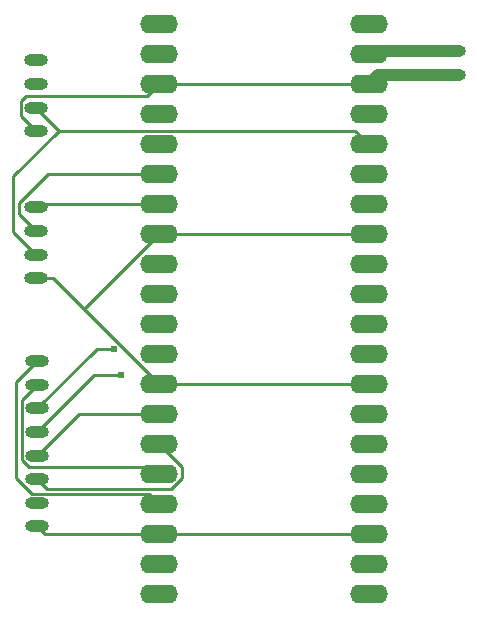
<source format=gbl>
G04 Layer: BottomLayer*
G04 EasyEDA v6.5.22, 2023-01-22 13:06:19*
G04 0c68e4b3833447f1a742fbae9dbd46bb,e6ab44e7981244f9a09eab8f9c412657,10*
G04 Gerber Generator version 0.2*
G04 Scale: 100 percent, Rotated: No, Reflected: No *
G04 Dimensions in millimeters *
G04 leading zeros omitted , absolute positions ,4 integer and 5 decimal *
%FSLAX45Y45*%
%MOMM*%

%ADD10C,1.0000*%
%ADD11C,0.2540*%
%ADD12O,1.9999959999999999X0.9999979999999999*%
%ADD13C,1.5748*%
%ADD14R,1.5748X1.5748*%
%ADD15O,3.1999936X1.5999968*%
%ADD16C,0.6096*%

%LPD*%
D10*
X4013200Y8293100D02*
G01*
X4091000Y8370900D01*
X4737100Y8370900D01*
X4013200Y8547100D02*
G01*
X4036999Y8570899D01*
X4737100Y8570899D01*
D11*
X2235202Y8293100D02*
G01*
X2133627Y8191525D01*
X1111531Y8191525D01*
X1065659Y8145653D01*
X1065659Y8019643D01*
X1193802Y7891500D01*
X4013202Y8293100D02*
G01*
X2235202Y8293100D01*
X1600202Y6388100D02*
G01*
X1341401Y6646900D01*
X1193802Y6646900D01*
X2235202Y5753100D02*
G01*
X1600202Y6388100D01*
X2235202Y7023100D02*
G01*
X1600202Y6388100D01*
X4013202Y7023100D02*
G01*
X2235202Y7023100D01*
X4013202Y5753100D02*
G01*
X2235202Y5753100D01*
X2235202Y4483100D02*
G01*
X1268503Y4483100D01*
X1206502Y4545101D01*
X4013202Y4483100D02*
G01*
X2235202Y4483100D01*
X2235202Y7531100D02*
G01*
X1298831Y7531100D01*
X1051384Y7283653D01*
X1051384Y7189317D01*
X1193802Y7046899D01*
X2235202Y7277100D02*
G01*
X1224003Y7277100D01*
X1193802Y7246899D01*
X1206502Y5545099D02*
G01*
X1710921Y6049518D01*
X1852830Y6049518D01*
X1206502Y5345099D02*
G01*
X1687857Y5826455D01*
X1913308Y5826455D01*
X2235202Y5499100D02*
G01*
X1560502Y5499100D01*
X1206502Y5145100D01*
X2235202Y5245100D02*
G01*
X2430401Y5049901D01*
X2430401Y4952085D01*
X2342415Y4864100D01*
X1287503Y4864100D01*
X1206502Y4945100D01*
X1206502Y5745098D02*
G01*
X1075082Y5613679D01*
X1075082Y5110530D01*
X1140487Y5045125D01*
X2181176Y5045125D01*
X2235202Y4991100D01*
X2235202Y4737100D02*
G01*
X2149096Y4823205D01*
X1159487Y4823205D01*
X1028600Y4954092D01*
X1028600Y5767196D01*
X1206502Y5945098D01*
X1387604Y7897698D02*
G01*
X1193802Y8091500D01*
X4013202Y7785100D02*
G01*
X3900604Y7897698D01*
X1387604Y7897698D01*
X1387604Y7897698D02*
G01*
X1000381Y7510475D01*
X1000381Y7040321D01*
X1193802Y6846900D01*
D12*
G01*
X4737100Y8370900D03*
G01*
X4737100Y8570899D03*
D13*
G01*
X2235200Y8801100D03*
G01*
X2235200Y8547100D03*
G01*
X2235200Y8293100D03*
G01*
X2235200Y8039100D03*
G01*
X2235200Y7785100D03*
G01*
X2235200Y7531100D03*
G01*
X2235200Y7277100D03*
G01*
X2235200Y7023100D03*
G01*
X2235200Y6769100D03*
G01*
X2235200Y6515100D03*
G01*
X2235200Y6261100D03*
G01*
X2235200Y6007100D03*
G01*
X2235200Y5753100D03*
G01*
X2235200Y5499100D03*
G01*
X2235200Y5245100D03*
G01*
X2235200Y4991100D03*
G01*
X2235200Y4737100D03*
G01*
X2235200Y4483100D03*
G01*
X2235200Y4229100D03*
D14*
G01*
X2235200Y3975100D03*
D13*
G01*
X4013200Y3975100D03*
G01*
X4013200Y4229100D03*
G01*
X4013200Y4483100D03*
G01*
X4013200Y4737100D03*
G01*
X4013200Y4991100D03*
G01*
X4013200Y5245100D03*
G01*
X4013200Y5499100D03*
G01*
X4013200Y5753100D03*
G01*
X4013200Y6007100D03*
G01*
X4013200Y6261100D03*
G01*
X4013200Y6515100D03*
G01*
X4013200Y6769100D03*
G01*
X4013200Y7023100D03*
G01*
X4013200Y7277100D03*
G01*
X4013200Y7531100D03*
G01*
X4013200Y7785100D03*
G01*
X4013200Y8039100D03*
G01*
X4013200Y8293100D03*
G01*
X4013200Y8547100D03*
D14*
G01*
X4013200Y8801100D03*
D12*
G01*
X1193800Y7046899D03*
G01*
X1193800Y7246899D03*
G01*
X1193800Y6846900D03*
G01*
X1193800Y6646900D03*
G01*
X1193800Y8291499D03*
G01*
X1193800Y8491499D03*
G01*
X1193800Y8091500D03*
G01*
X1193800Y7891500D03*
G01*
X1206500Y4945100D03*
G01*
X1206500Y5145100D03*
G01*
X1206500Y5345099D03*
G01*
X1206500Y4745101D03*
G01*
X1206500Y4545101D03*
G01*
X1206500Y5545099D03*
G01*
X1206500Y5745098D03*
G01*
X1206500Y5945098D03*
D15*
G01*
X2235200Y8801100D03*
G01*
X2235200Y8547100D03*
G01*
X2235200Y8293100D03*
G01*
X2235200Y8039100D03*
G01*
X2235200Y7785100D03*
G01*
X2235200Y7531100D03*
G01*
X2235200Y7277100D03*
G01*
X2235200Y7023100D03*
G01*
X2235200Y6769100D03*
G01*
X2235200Y6515100D03*
G01*
X2235200Y6261100D03*
G01*
X2235200Y6007100D03*
G01*
X2235200Y5753100D03*
G01*
X2235200Y5499100D03*
G01*
X2235200Y5245100D03*
G01*
X2235200Y4991100D03*
G01*
X2235200Y4737100D03*
G01*
X2235200Y4483100D03*
G01*
X2235200Y4229100D03*
G01*
X2235200Y3975100D03*
G01*
X4013200Y3975100D03*
G01*
X4013200Y4229100D03*
G01*
X4013200Y4483100D03*
G01*
X4013200Y4737100D03*
G01*
X4013200Y4991100D03*
G01*
X4013200Y5245100D03*
G01*
X4013200Y5499100D03*
G01*
X4013200Y5753100D03*
G01*
X4013200Y6007100D03*
G01*
X4013200Y6261100D03*
G01*
X4013200Y6515100D03*
G01*
X4013200Y6769100D03*
G01*
X4013200Y7023100D03*
G01*
X4013200Y7277100D03*
G01*
X4013200Y7531100D03*
G01*
X4013200Y7785100D03*
G01*
X4013200Y8039100D03*
G01*
X4013200Y8293100D03*
G01*
X4013200Y8547100D03*
G01*
X4013200Y8801100D03*
D16*
G01*
X1852828Y6049518D03*
G01*
X1913305Y5826455D03*
M02*

</source>
